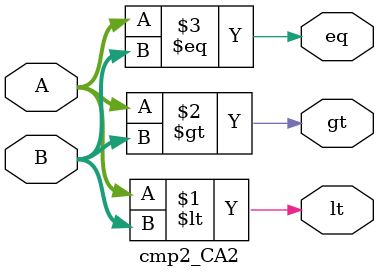
<source format=v>
module cmp2_CA2(lt,gt,eq,A,B);
  input [1:0] A,B;
  output lt,gt,eq;
  assign lt = A<B;
  assign gt = A>B;
  assign eq = A == B;
  endmodule

</source>
